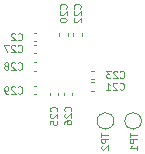
<source format=gbr>
G04 #@! TF.GenerationSoftware,KiCad,Pcbnew,(6.0.0)*
G04 #@! TF.CreationDate,2022-02-21T23:05:24+08:00*
G04 #@! TF.ProjectId,USB3G2_SATA3_Bridge(JMS580),55534233-4732-45f5-9341-5441335f4272,rev?*
G04 #@! TF.SameCoordinates,Original*
G04 #@! TF.FileFunction,Legend,Bot*
G04 #@! TF.FilePolarity,Positive*
%FSLAX46Y46*%
G04 Gerber Fmt 4.6, Leading zero omitted, Abs format (unit mm)*
G04 Created by KiCad (PCBNEW (6.0.0)) date 2022-02-21 23:05:24*
%MOMM*%
%LPD*%
G01*
G04 APERTURE LIST*
%ADD10C,0.100000*%
%ADD11C,0.120000*%
G04 APERTURE END LIST*
D10*
G04 #@! TO.C,TP1*
X150573428Y-84852857D02*
X150573428Y-85195714D01*
X151173428Y-85024285D02*
X150573428Y-85024285D01*
X151173428Y-85395714D02*
X150573428Y-85395714D01*
X150573428Y-85624285D01*
X150602000Y-85681428D01*
X150630571Y-85710000D01*
X150687714Y-85738571D01*
X150773428Y-85738571D01*
X150830571Y-85710000D01*
X150859142Y-85681428D01*
X150887714Y-85624285D01*
X150887714Y-85395714D01*
X151173428Y-86310000D02*
X151173428Y-85967142D01*
X151173428Y-86138571D02*
X150573428Y-86138571D01*
X150659142Y-86081428D01*
X150716285Y-86024285D01*
X150744857Y-85967142D01*
G04 #@! TO.C,C29*
X141115714Y-81494285D02*
X141144285Y-81522857D01*
X141230000Y-81551428D01*
X141287142Y-81551428D01*
X141372857Y-81522857D01*
X141430000Y-81465714D01*
X141458571Y-81408571D01*
X141487142Y-81294285D01*
X141487142Y-81208571D01*
X141458571Y-81094285D01*
X141430000Y-81037142D01*
X141372857Y-80980000D01*
X141287142Y-80951428D01*
X141230000Y-80951428D01*
X141144285Y-80980000D01*
X141115714Y-81008571D01*
X140887142Y-81008571D02*
X140858571Y-80980000D01*
X140801428Y-80951428D01*
X140658571Y-80951428D01*
X140601428Y-80980000D01*
X140572857Y-81008571D01*
X140544285Y-81065714D01*
X140544285Y-81122857D01*
X140572857Y-81208571D01*
X140915714Y-81551428D01*
X140544285Y-81551428D01*
X140258571Y-81551428D02*
X140144285Y-81551428D01*
X140087142Y-81522857D01*
X140058571Y-81494285D01*
X140001428Y-81408571D01*
X139972857Y-81294285D01*
X139972857Y-81065714D01*
X140001428Y-81008571D01*
X140030000Y-80980000D01*
X140087142Y-80951428D01*
X140201428Y-80951428D01*
X140258571Y-80980000D01*
X140287142Y-81008571D01*
X140315714Y-81065714D01*
X140315714Y-81208571D01*
X140287142Y-81265714D01*
X140258571Y-81294285D01*
X140201428Y-81322857D01*
X140087142Y-81322857D01*
X140030000Y-81294285D01*
X140001428Y-81265714D01*
X139972857Y-81208571D01*
G04 #@! TO.C,C2*
X141115714Y-76984285D02*
X141144285Y-77012857D01*
X141229999Y-77041428D01*
X141287142Y-77041428D01*
X141372856Y-77012857D01*
X141429999Y-76955714D01*
X141458571Y-76898571D01*
X141487142Y-76784285D01*
X141487142Y-76698571D01*
X141458571Y-76584285D01*
X141429999Y-76527142D01*
X141372856Y-76470000D01*
X141287142Y-76441428D01*
X141229999Y-76441428D01*
X141144285Y-76470000D01*
X141115714Y-76498571D01*
X140887142Y-76498571D02*
X140858571Y-76470000D01*
X140801428Y-76441428D01*
X140658571Y-76441428D01*
X140601428Y-76470000D01*
X140572856Y-76498571D01*
X140544285Y-76555714D01*
X140544285Y-76612857D01*
X140572856Y-76698571D01*
X140915714Y-77041428D01*
X140544285Y-77041428D01*
G04 #@! TO.C,C20*
X145184285Y-74354285D02*
X145212857Y-74325714D01*
X145241428Y-74240000D01*
X145241428Y-74182857D01*
X145212857Y-74097142D01*
X145155714Y-74040000D01*
X145098571Y-74011428D01*
X144984285Y-73982857D01*
X144898571Y-73982857D01*
X144784285Y-74011428D01*
X144727142Y-74040000D01*
X144670000Y-74097142D01*
X144641428Y-74182857D01*
X144641428Y-74240000D01*
X144670000Y-74325714D01*
X144698571Y-74354285D01*
X144698571Y-74582857D02*
X144670000Y-74611428D01*
X144641428Y-74668571D01*
X144641428Y-74811428D01*
X144670000Y-74868571D01*
X144698571Y-74897142D01*
X144755714Y-74925714D01*
X144812857Y-74925714D01*
X144898571Y-74897142D01*
X145241428Y-74554285D01*
X145241428Y-74925714D01*
X144641428Y-75297142D02*
X144641428Y-75354285D01*
X144670000Y-75411428D01*
X144698571Y-75440000D01*
X144755714Y-75468571D01*
X144870000Y-75497142D01*
X145012857Y-75497142D01*
X145127142Y-75468571D01*
X145184285Y-75440000D01*
X145212857Y-75411428D01*
X145241428Y-75354285D01*
X145241428Y-75297142D01*
X145212857Y-75240000D01*
X145184285Y-75211428D01*
X145127142Y-75182857D01*
X145012857Y-75154285D01*
X144870000Y-75154285D01*
X144755714Y-75182857D01*
X144698571Y-75211428D01*
X144670000Y-75240000D01*
X144641428Y-75297142D01*
G04 #@! TO.C,TP2*
X148183428Y-84852857D02*
X148183428Y-85195714D01*
X148783428Y-85024285D02*
X148183428Y-85024285D01*
X148783428Y-85395714D02*
X148183428Y-85395714D01*
X148183428Y-85624285D01*
X148212000Y-85681428D01*
X148240571Y-85710000D01*
X148297714Y-85738571D01*
X148383428Y-85738571D01*
X148440571Y-85710000D01*
X148469142Y-85681428D01*
X148497714Y-85624285D01*
X148497714Y-85395714D01*
X148240571Y-85967142D02*
X148212000Y-85995714D01*
X148183428Y-86052857D01*
X148183428Y-86195714D01*
X148212000Y-86252857D01*
X148240571Y-86281428D01*
X148297714Y-86310000D01*
X148354857Y-86310000D01*
X148440571Y-86281428D01*
X148783428Y-85938571D01*
X148783428Y-86310000D01*
G04 #@! TO.C,C25*
X144384285Y-83054285D02*
X144412857Y-83025714D01*
X144441428Y-82940000D01*
X144441428Y-82882857D01*
X144412857Y-82797142D01*
X144355714Y-82740000D01*
X144298571Y-82711428D01*
X144184285Y-82682857D01*
X144098571Y-82682857D01*
X143984285Y-82711428D01*
X143927142Y-82740000D01*
X143870000Y-82797142D01*
X143841428Y-82882857D01*
X143841428Y-82940000D01*
X143870000Y-83025714D01*
X143898571Y-83054285D01*
X143898571Y-83282857D02*
X143870000Y-83311428D01*
X143841428Y-83368571D01*
X143841428Y-83511428D01*
X143870000Y-83568571D01*
X143898571Y-83597142D01*
X143955714Y-83625714D01*
X144012857Y-83625714D01*
X144098571Y-83597142D01*
X144441428Y-83254285D01*
X144441428Y-83625714D01*
X143841428Y-84168571D02*
X143841428Y-83882857D01*
X144127142Y-83854285D01*
X144098571Y-83882857D01*
X144070000Y-83940000D01*
X144070000Y-84082857D01*
X144098571Y-84140000D01*
X144127142Y-84168571D01*
X144184285Y-84197142D01*
X144327142Y-84197142D01*
X144384285Y-84168571D01*
X144412857Y-84140000D01*
X144441428Y-84082857D01*
X144441428Y-83940000D01*
X144412857Y-83882857D01*
X144384285Y-83854285D01*
G04 #@! TO.C,C23*
X149755714Y-80194284D02*
X149784285Y-80222856D01*
X149870000Y-80251427D01*
X149927142Y-80251427D01*
X150012857Y-80222856D01*
X150070000Y-80165713D01*
X150098571Y-80108570D01*
X150127142Y-79994284D01*
X150127142Y-79908570D01*
X150098571Y-79794284D01*
X150070000Y-79737141D01*
X150012857Y-79679999D01*
X149927142Y-79651427D01*
X149870000Y-79651427D01*
X149784285Y-79679999D01*
X149755714Y-79708570D01*
X149527142Y-79708570D02*
X149498571Y-79679999D01*
X149441428Y-79651427D01*
X149298571Y-79651427D01*
X149241428Y-79679999D01*
X149212857Y-79708570D01*
X149184285Y-79765713D01*
X149184285Y-79822856D01*
X149212857Y-79908570D01*
X149555714Y-80251427D01*
X149184285Y-80251427D01*
X148984285Y-79651427D02*
X148612857Y-79651427D01*
X148812857Y-79879999D01*
X148727142Y-79879999D01*
X148670000Y-79908570D01*
X148641428Y-79937141D01*
X148612857Y-79994284D01*
X148612857Y-80137141D01*
X148641428Y-80194284D01*
X148670000Y-80222856D01*
X148727142Y-80251427D01*
X148898571Y-80251427D01*
X148955714Y-80222856D01*
X148984285Y-80194284D01*
G04 #@! TO.C,C21*
X149725714Y-81174285D02*
X149754285Y-81202857D01*
X149840000Y-81231428D01*
X149897142Y-81231428D01*
X149982857Y-81202857D01*
X150040000Y-81145714D01*
X150068571Y-81088571D01*
X150097142Y-80974285D01*
X150097142Y-80888571D01*
X150068571Y-80774285D01*
X150040000Y-80717142D01*
X149982857Y-80660000D01*
X149897142Y-80631428D01*
X149840000Y-80631428D01*
X149754285Y-80660000D01*
X149725714Y-80688571D01*
X149497142Y-80688571D02*
X149468571Y-80660000D01*
X149411428Y-80631428D01*
X149268571Y-80631428D01*
X149211428Y-80660000D01*
X149182857Y-80688571D01*
X149154285Y-80745714D01*
X149154285Y-80802857D01*
X149182857Y-80888571D01*
X149525714Y-81231428D01*
X149154285Y-81231428D01*
X148582857Y-81231428D02*
X148925714Y-81231428D01*
X148754285Y-81231428D02*
X148754285Y-80631428D01*
X148811428Y-80717142D01*
X148868571Y-80774285D01*
X148925714Y-80802857D01*
G04 #@! TO.C,C26*
X145584285Y-83028571D02*
X145612857Y-83000000D01*
X145641428Y-82914286D01*
X145641428Y-82857143D01*
X145612857Y-82771428D01*
X145555714Y-82714286D01*
X145498571Y-82685714D01*
X145384285Y-82657143D01*
X145298571Y-82657143D01*
X145184285Y-82685714D01*
X145127142Y-82714286D01*
X145070000Y-82771428D01*
X145041428Y-82857143D01*
X145041428Y-82914286D01*
X145070000Y-83000000D01*
X145098571Y-83028571D01*
X145098571Y-83257143D02*
X145070000Y-83285714D01*
X145041428Y-83342857D01*
X145041428Y-83485714D01*
X145070000Y-83542857D01*
X145098571Y-83571428D01*
X145155714Y-83600000D01*
X145212857Y-83600000D01*
X145298571Y-83571428D01*
X145641428Y-83228571D01*
X145641428Y-83600000D01*
X145041428Y-84114286D02*
X145041428Y-84000000D01*
X145070000Y-83942857D01*
X145098571Y-83914286D01*
X145184285Y-83857143D01*
X145298571Y-83828571D01*
X145527142Y-83828571D01*
X145584285Y-83857143D01*
X145612857Y-83885714D01*
X145641428Y-83942857D01*
X145641428Y-84057143D01*
X145612857Y-84114286D01*
X145584285Y-84142857D01*
X145527142Y-84171428D01*
X145384285Y-84171428D01*
X145327142Y-84142857D01*
X145298571Y-84114286D01*
X145270000Y-84057143D01*
X145270000Y-83942857D01*
X145298571Y-83885714D01*
X145327142Y-83857143D01*
X145384285Y-83828571D01*
G04 #@! TO.C,C22*
X146384285Y-74354285D02*
X146412857Y-74325714D01*
X146441428Y-74240000D01*
X146441428Y-74182857D01*
X146412857Y-74097142D01*
X146355714Y-74040000D01*
X146298571Y-74011428D01*
X146184285Y-73982857D01*
X146098571Y-73982857D01*
X145984285Y-74011428D01*
X145927142Y-74040000D01*
X145870000Y-74097142D01*
X145841428Y-74182857D01*
X145841428Y-74240000D01*
X145870000Y-74325714D01*
X145898571Y-74354285D01*
X145898571Y-74582857D02*
X145870000Y-74611428D01*
X145841428Y-74668571D01*
X145841428Y-74811428D01*
X145870000Y-74868571D01*
X145898571Y-74897142D01*
X145955714Y-74925714D01*
X146012857Y-74925714D01*
X146098571Y-74897142D01*
X146441428Y-74554285D01*
X146441428Y-74925714D01*
X145898571Y-75154285D02*
X145870000Y-75182857D01*
X145841428Y-75240000D01*
X145841428Y-75382857D01*
X145870000Y-75440000D01*
X145898571Y-75468571D01*
X145955714Y-75497142D01*
X146012857Y-75497142D01*
X146098571Y-75468571D01*
X146441428Y-75125714D01*
X146441428Y-75497142D01*
G04 #@! TO.C,C27*
X141115714Y-77974285D02*
X141144285Y-78002857D01*
X141230000Y-78031428D01*
X141287142Y-78031428D01*
X141372857Y-78002857D01*
X141430000Y-77945714D01*
X141458571Y-77888571D01*
X141487142Y-77774285D01*
X141487142Y-77688571D01*
X141458571Y-77574285D01*
X141430000Y-77517142D01*
X141372857Y-77460000D01*
X141287142Y-77431428D01*
X141230000Y-77431428D01*
X141144285Y-77460000D01*
X141115714Y-77488571D01*
X140887142Y-77488571D02*
X140858571Y-77460000D01*
X140801428Y-77431428D01*
X140658571Y-77431428D01*
X140601428Y-77460000D01*
X140572857Y-77488571D01*
X140544285Y-77545714D01*
X140544285Y-77602857D01*
X140572857Y-77688571D01*
X140915714Y-78031428D01*
X140544285Y-78031428D01*
X140344285Y-77431428D02*
X139944285Y-77431428D01*
X140201428Y-78031428D01*
G04 #@! TO.C,C28*
X141115714Y-79464285D02*
X141144285Y-79492857D01*
X141230000Y-79521428D01*
X141287142Y-79521428D01*
X141372857Y-79492857D01*
X141430000Y-79435714D01*
X141458571Y-79378571D01*
X141487142Y-79264285D01*
X141487142Y-79178571D01*
X141458571Y-79064285D01*
X141430000Y-79007142D01*
X141372857Y-78950000D01*
X141287142Y-78921428D01*
X141230000Y-78921428D01*
X141144285Y-78950000D01*
X141115714Y-78978571D01*
X140887142Y-78978571D02*
X140858571Y-78950000D01*
X140801428Y-78921428D01*
X140658571Y-78921428D01*
X140601428Y-78950000D01*
X140572857Y-78978571D01*
X140544285Y-79035714D01*
X140544285Y-79092857D01*
X140572857Y-79178571D01*
X140915714Y-79521428D01*
X140544285Y-79521428D01*
X140201428Y-79178571D02*
X140258571Y-79150000D01*
X140287142Y-79121428D01*
X140315714Y-79064285D01*
X140315714Y-79035714D01*
X140287142Y-78978571D01*
X140258571Y-78950000D01*
X140201428Y-78921428D01*
X140087142Y-78921428D01*
X140030000Y-78950000D01*
X140001428Y-78978571D01*
X139972857Y-79035714D01*
X139972857Y-79064285D01*
X140001428Y-79121428D01*
X140030000Y-79150000D01*
X140087142Y-79178571D01*
X140201428Y-79178571D01*
X140258571Y-79207142D01*
X140287142Y-79235714D01*
X140315714Y-79292857D01*
X140315714Y-79407142D01*
X140287142Y-79464285D01*
X140258571Y-79492857D01*
X140201428Y-79521428D01*
X140087142Y-79521428D01*
X140030000Y-79492857D01*
X140001428Y-79464285D01*
X139972857Y-79407142D01*
X139972857Y-79292857D01*
X140001428Y-79235714D01*
X140030000Y-79207142D01*
X140087142Y-79178571D01*
D11*
G04 #@! TO.C,TP1*
X151570000Y-83870000D02*
G75*
G03*
X151570000Y-83870000I-700000J0D01*
G01*
D10*
G04 #@! TO.C,C29*
X142442164Y-81630000D02*
X142657836Y-81630000D01*
X142442164Y-80910000D02*
X142657836Y-80910000D01*
G04 #@! TO.C,C2*
X142452164Y-77130000D02*
X142667836Y-77130000D01*
X142452164Y-76410000D02*
X142667836Y-76410000D01*
G04 #@! TO.C,C20*
X145330000Y-76432164D02*
X145330000Y-76647836D01*
X144610000Y-76432164D02*
X144610000Y-76647836D01*
D11*
G04 #@! TO.C,TP2*
X149230000Y-83870000D02*
G75*
G03*
X149230000Y-83870000I-700000J0D01*
G01*
D10*
G04 #@! TO.C,C25*
X143804999Y-81707836D02*
X143804999Y-81492164D01*
X144524999Y-81707836D02*
X144524999Y-81492164D01*
G04 #@! TO.C,C23*
X147557836Y-79619999D02*
X147342164Y-79619999D01*
X147557836Y-80339999D02*
X147342164Y-80339999D01*
G04 #@! TO.C,C21*
X147557836Y-80600000D02*
X147342164Y-80600000D01*
X147557836Y-81320000D02*
X147342164Y-81320000D01*
G04 #@! TO.C,C26*
X145010000Y-81707836D02*
X145010000Y-81492164D01*
X145730000Y-81707836D02*
X145730000Y-81492164D01*
G04 #@! TO.C,C22*
X146530000Y-76432164D02*
X146530000Y-76647836D01*
X145810000Y-76432164D02*
X145810000Y-76647836D01*
G04 #@! TO.C,C27*
X142452164Y-77403000D02*
X142667836Y-77403000D01*
X142452164Y-78123000D02*
X142667836Y-78123000D01*
G04 #@! TO.C,C28*
X142452164Y-78890000D02*
X142667836Y-78890000D01*
X142452164Y-79610000D02*
X142667836Y-79610000D01*
G04 #@! TD*
M02*

</source>
